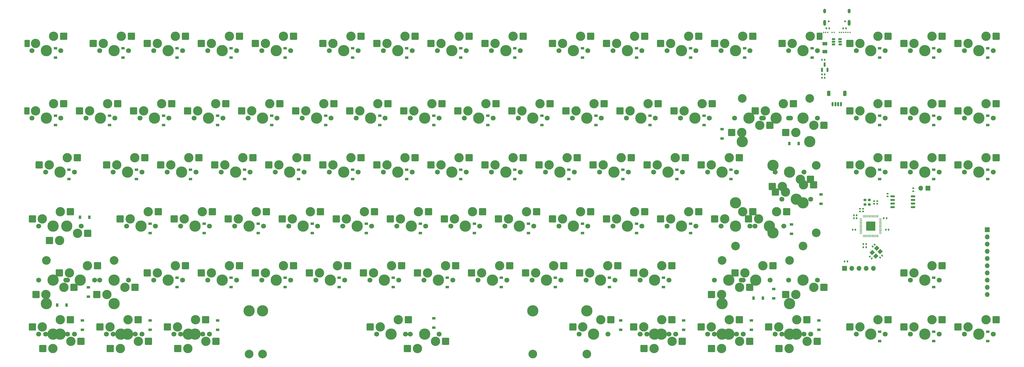
<source format=gbs>
%TF.GenerationSoftware,KiCad,Pcbnew,(6.0.6)*%
%TF.CreationDate,2023-01-04T14:02:57+11:00*%
%TF.ProjectId,slime88,736c696d-6538-4382-9e6b-696361645f70,rev?*%
%TF.SameCoordinates,Original*%
%TF.FileFunction,Soldermask,Bot*%
%TF.FilePolarity,Negative*%
%FSLAX46Y46*%
G04 Gerber Fmt 4.6, Leading zero omitted, Abs format (unit mm)*
G04 Created by KiCad (PCBNEW (6.0.6)) date 2023-01-04 14:02:57*
%MOMM*%
%LPD*%
G01*
G04 APERTURE LIST*
G04 Aperture macros list*
%AMRoundRect*
0 Rectangle with rounded corners*
0 $1 Rounding radius*
0 $2 $3 $4 $5 $6 $7 $8 $9 X,Y pos of 4 corners*
0 Add a 4 corners polygon primitive as box body*
4,1,4,$2,$3,$4,$5,$6,$7,$8,$9,$2,$3,0*
0 Add four circle primitives for the rounded corners*
1,1,$1+$1,$2,$3*
1,1,$1+$1,$4,$5*
1,1,$1+$1,$6,$7*
1,1,$1+$1,$8,$9*
0 Add four rect primitives between the rounded corners*
20,1,$1+$1,$2,$3,$4,$5,0*
20,1,$1+$1,$4,$5,$6,$7,0*
20,1,$1+$1,$6,$7,$8,$9,0*
20,1,$1+$1,$8,$9,$2,$3,0*%
%AMRotRect*
0 Rectangle, with rotation*
0 The origin of the aperture is its center*
0 $1 length*
0 $2 width*
0 $3 Rotation angle, in degrees counterclockwise*
0 Add horizontal line*
21,1,$1,$2,0,0,$3*%
G04 Aperture macros list end*
%ADD10C,3.048000*%
%ADD11C,3.987800*%
%ADD12C,0.500000*%
%ADD13C,0.650000*%
%ADD14O,1.000000X2.100000*%
%ADD15O,1.000000X1.600000*%
%ADD16R,1.700000X1.700000*%
%ADD17O,1.700000X1.700000*%
%ADD18RotRect,1.400000X1.200000X45.000000*%
%ADD19R,1.200000X0.900000*%
%ADD20C,1.750000*%
%ADD21RoundRect,0.250000X1.025000X1.000000X-1.025000X1.000000X-1.025000X-1.000000X1.025000X-1.000000X0*%
%ADD22C,3.300000*%
%ADD23RoundRect,0.140000X0.140000X0.170000X-0.140000X0.170000X-0.140000X-0.170000X0.140000X-0.170000X0*%
%ADD24RoundRect,0.140000X0.170000X-0.140000X0.170000X0.140000X-0.170000X0.140000X-0.170000X-0.140000X0*%
%ADD25RoundRect,0.200000X-0.275000X0.200000X-0.275000X-0.200000X0.275000X-0.200000X0.275000X0.200000X0*%
%ADD26RoundRect,0.135000X0.135000X0.185000X-0.135000X0.185000X-0.135000X-0.185000X0.135000X-0.185000X0*%
%ADD27RoundRect,0.250000X-0.625000X0.375000X-0.625000X-0.375000X0.625000X-0.375000X0.625000X0.375000X0*%
%ADD28RoundRect,0.250000X-1.025000X-1.000000X1.025000X-1.000000X1.025000X1.000000X-1.025000X1.000000X0*%
%ADD29RoundRect,0.204695X0.818780X1.045305X-0.818780X1.045305X-0.818780X-1.045305X0.818780X-1.045305X0*%
%ADD30RoundRect,0.140000X-0.140000X-0.170000X0.140000X-0.170000X0.140000X0.170000X-0.140000X0.170000X0*%
%ADD31RoundRect,0.150000X0.650000X0.150000X-0.650000X0.150000X-0.650000X-0.150000X0.650000X-0.150000X0*%
%ADD32R,0.900000X1.200000*%
%ADD33RoundRect,0.150000X0.475000X0.150000X-0.475000X0.150000X-0.475000X-0.150000X0.475000X-0.150000X0*%
%ADD34RoundRect,0.050000X0.387500X0.050000X-0.387500X0.050000X-0.387500X-0.050000X0.387500X-0.050000X0*%
%ADD35RoundRect,0.050000X0.050000X0.387500X-0.050000X0.387500X-0.050000X-0.387500X0.050000X-0.387500X0*%
%ADD36RoundRect,0.144000X1.456000X1.456000X-1.456000X1.456000X-1.456000X-1.456000X1.456000X-1.456000X0*%
%ADD37RoundRect,0.135000X-0.185000X0.135000X-0.185000X-0.135000X0.185000X-0.135000X0.185000X0.135000X0*%
%ADD38RoundRect,0.140000X0.021213X-0.219203X0.219203X-0.021213X-0.021213X0.219203X-0.219203X0.021213X0*%
%ADD39RoundRect,0.140000X0.219203X0.021213X0.021213X0.219203X-0.219203X-0.021213X-0.021213X-0.219203X0*%
%ADD40RoundRect,0.135000X0.035355X-0.226274X0.226274X-0.035355X-0.035355X0.226274X-0.226274X0.035355X0*%
%ADD41RoundRect,0.135000X-0.135000X-0.185000X0.135000X-0.185000X0.135000X0.185000X-0.135000X0.185000X0*%
%ADD42RoundRect,0.180000X0.720000X1.070000X-0.720000X1.070000X-0.720000X-1.070000X0.720000X-1.070000X0*%
%ADD43RoundRect,0.150000X0.150000X-0.587500X0.150000X0.587500X-0.150000X0.587500X-0.150000X-0.587500X0*%
%ADD44RoundRect,0.150000X-0.150000X-0.625000X0.150000X-0.625000X0.150000X0.625000X-0.150000X0.625000X0*%
%ADD45RoundRect,0.250000X-0.350000X-0.650000X0.350000X-0.650000X0.350000X0.650000X-0.350000X0.650000X0*%
G04 APERTURE END LIST*
D10*
%TO.C,S5*%
X285365312Y-139280000D03*
X309177812Y-139280000D03*
D11*
X309177812Y-154520000D03*
X285365312Y-154520000D03*
%TD*%
%TO.C,S7*%
X237740312Y-157060000D03*
D10*
X123440312Y-172300000D03*
D11*
X123440312Y-157060000D03*
D10*
X237740312Y-172300000D03*
%TD*%
D11*
%TO.C,S2*%
X303304062Y-129596250D03*
X303304062Y-105783750D03*
D10*
X318544062Y-105783750D03*
X318544062Y-129596250D03*
%TD*%
%TO.C,S1*%
X292509062Y-82130000D03*
D11*
X316321562Y-97370000D03*
X292509062Y-97370000D03*
D10*
X316321562Y-82130000D03*
%TD*%
%TO.C,S6*%
X118650312Y-172300000D03*
X218662812Y-172300000D03*
D11*
X218662812Y-157060000D03*
X118650312Y-157060000D03*
%TD*%
D12*
%TO.C,J1*%
X324196562Y-58862500D03*
X329736562Y-58862500D03*
X324946562Y-58862500D03*
X330486562Y-58862500D03*
X327496562Y-58862500D03*
X321196562Y-58862500D03*
D13*
X328736562Y-54962500D03*
D12*
X322606562Y-58862500D03*
D13*
X322956562Y-54962500D03*
D12*
X328996562Y-58862500D03*
X328246562Y-58862500D03*
X326746562Y-58862500D03*
X321896562Y-58862500D03*
D14*
X321526562Y-55492500D03*
D15*
X321526562Y-51312500D03*
D14*
X330166562Y-55492500D03*
D15*
X330166562Y-51312500D03*
%TD*%
D10*
%TO.C,S3*%
X313940312Y-134200000D03*
D11*
X313940312Y-118960000D03*
X290127812Y-118960000D03*
D10*
X290127812Y-134200000D03*
%TD*%
D16*
%TO.C,J2*%
X328530000Y-142070000D03*
D17*
X331070000Y-142070000D03*
X333610000Y-142070000D03*
X336150000Y-142070000D03*
X338690000Y-142070000D03*
%TD*%
D18*
%TO.C,Y1*%
X338321142Y-136556777D03*
X339876777Y-135001142D03*
X341078858Y-136203223D03*
X339523223Y-137758858D03*
%TD*%
D19*
%TO.C,D39*%
X117090312Y-110608750D03*
X117090312Y-107308750D03*
%TD*%
D11*
%TO.C,SW95*%
X240121562Y-165315000D03*
D20*
X235041562Y-165315000D03*
X245201562Y-165315000D03*
D21*
X232761562Y-162775000D03*
D22*
X236311562Y-162775000D03*
D21*
X246211562Y-160235000D03*
D22*
X242661562Y-160235000D03*
%TD*%
D20*
%TO.C,SW69*%
X296954062Y-127215000D03*
D11*
X302034062Y-127215000D03*
D20*
X307114062Y-127215000D03*
D21*
X294674062Y-124675000D03*
D22*
X298224062Y-124675000D03*
X304574062Y-122135000D03*
D21*
X308124062Y-122135000D03*
%TD*%
D20*
%TO.C,SW102*%
X332672812Y-165315000D03*
D11*
X337752812Y-165315000D03*
D20*
X342832812Y-165315000D03*
D22*
X333942812Y-162775000D03*
D21*
X330392812Y-162775000D03*
D22*
X340292812Y-160235000D03*
D21*
X343842812Y-160235000D03*
%TD*%
D20*
%TO.C,SW86*%
X361882812Y-146265000D03*
X351722812Y-146265000D03*
D11*
X356802812Y-146265000D03*
D22*
X352992812Y-143725000D03*
D21*
X349442812Y-143725000D03*
D22*
X359342812Y-141185000D03*
D21*
X362892812Y-141185000D03*
%TD*%
D19*
%TO.C,D15*%
X340927812Y-67746250D03*
X340927812Y-64446250D03*
%TD*%
D23*
%TO.C,C9*%
X336140000Y-134620000D03*
X335180000Y-134620000D03*
%TD*%
D11*
%TO.C,SW29*%
X256790312Y-89115000D03*
D20*
X251710312Y-89115000D03*
X261870312Y-89115000D03*
D22*
X252980312Y-86575000D03*
D21*
X249430312Y-86575000D03*
X262880312Y-84035000D03*
D22*
X259330312Y-84035000D03*
%TD*%
D19*
%TO.C,D9*%
X212340312Y-67746250D03*
X212340312Y-64446250D03*
%TD*%
D20*
%TO.C,SW42*%
X146935312Y-108165000D03*
D11*
X152015312Y-108165000D03*
D20*
X157095312Y-108165000D03*
D22*
X148205312Y-105625000D03*
D21*
X144655312Y-105625000D03*
D22*
X154555312Y-103085000D03*
D21*
X158105312Y-103085000D03*
%TD*%
D11*
%TO.C,SW3*%
X90102812Y-65302500D03*
D20*
X95182812Y-65302500D03*
X85022812Y-65302500D03*
D21*
X82742812Y-62762500D03*
D22*
X86292812Y-62762500D03*
X92642812Y-60222500D03*
D21*
X96192812Y-60222500D03*
%TD*%
D24*
%TO.C,C3*%
X340040312Y-119350000D03*
X340040312Y-118390000D03*
%TD*%
D20*
%TO.C,SW11*%
X257107812Y-65302500D03*
D11*
X252027812Y-65302500D03*
D20*
X246947812Y-65302500D03*
D21*
X244667812Y-62762500D03*
D22*
X248217812Y-62762500D03*
D21*
X258117812Y-60222500D03*
D22*
X254567812Y-60222500D03*
%TD*%
D20*
%TO.C,SW28*%
X232660312Y-89115000D03*
X242820312Y-89115000D03*
D11*
X237740312Y-89115000D03*
D21*
X230380312Y-86575000D03*
D22*
X233930312Y-86575000D03*
D21*
X243830312Y-84035000D03*
D22*
X240280312Y-84035000D03*
%TD*%
D23*
%TO.C,C2*%
X336140000Y-133560000D03*
X335180000Y-133560000D03*
%TD*%
D11*
%TO.C,SW35*%
X356802812Y-89115000D03*
D20*
X351722812Y-89115000D03*
X361882812Y-89115000D03*
D21*
X349442812Y-86575000D03*
D22*
X352992812Y-86575000D03*
D21*
X362892812Y-84035000D03*
D22*
X359342812Y-84035000D03*
%TD*%
D23*
%TO.C,C11*%
X332800312Y-123382500D03*
X331840312Y-123382500D03*
%TD*%
D20*
%TO.C,SW36*%
X370772812Y-89115000D03*
X380932812Y-89115000D03*
D11*
X375852812Y-89115000D03*
D21*
X368492812Y-86575000D03*
D22*
X372042812Y-86575000D03*
D21*
X381942812Y-84035000D03*
D22*
X378392812Y-84035000D03*
%TD*%
D20*
%TO.C,SW12*%
X265997812Y-65302500D03*
D11*
X271077812Y-65302500D03*
D20*
X276157812Y-65302500D03*
D21*
X263717812Y-62762500D03*
D22*
X267267812Y-62762500D03*
D21*
X277167812Y-60222500D03*
D22*
X273617812Y-60222500D03*
%TD*%
D19*
%TO.C,D45*%
X231390312Y-110608750D03*
X231390312Y-107308750D03*
%TD*%
D20*
%TO.C,SW60*%
X142807812Y-127215000D03*
X132647812Y-127215000D03*
D11*
X137727812Y-127215000D03*
D22*
X133917812Y-124675000D03*
D21*
X130367812Y-124675000D03*
D22*
X140267812Y-122135000D03*
D21*
X143817812Y-122135000D03*
%TD*%
D19*
%TO.C,D42*%
X174240312Y-110608750D03*
X174240312Y-107308750D03*
%TD*%
D11*
%TO.C,SW73*%
X90102812Y-146265000D03*
D20*
X95182812Y-146265000D03*
X85022812Y-146265000D03*
D21*
X82742812Y-143725000D03*
D22*
X86292812Y-143725000D03*
D21*
X96192812Y-141185000D03*
D22*
X92642812Y-141185000D03*
%TD*%
D19*
%TO.C,D19*%
X69465312Y-91558750D03*
X69465312Y-88258750D03*
%TD*%
D20*
%TO.C,SW9*%
X214245312Y-65302500D03*
D11*
X209165312Y-65302500D03*
D20*
X204085312Y-65302500D03*
D21*
X201805312Y-62762500D03*
D22*
X205355312Y-62762500D03*
X211705312Y-60222500D03*
D21*
X215255312Y-60222500D03*
%TD*%
D24*
%TO.C,C1*%
X335040312Y-122062500D03*
X335040312Y-121102500D03*
%TD*%
D25*
%TO.C,R3*%
X335730312Y-117937500D03*
X335730312Y-119587500D03*
%TD*%
D20*
%TO.C,SW48*%
X261235312Y-108165000D03*
D11*
X266315312Y-108165000D03*
D20*
X271395312Y-108165000D03*
D22*
X262505312Y-105625000D03*
D21*
X258955312Y-105625000D03*
X272405312Y-103085000D03*
D22*
X268855312Y-103085000D03*
%TD*%
D20*
%TO.C,SW40*%
X108835312Y-108165000D03*
D11*
X113915312Y-108165000D03*
D20*
X118995312Y-108165000D03*
D21*
X106555312Y-105625000D03*
D22*
X110105312Y-105625000D03*
X116455312Y-103085000D03*
D21*
X120005312Y-103085000D03*
%TD*%
D19*
%TO.C,D18*%
X50415312Y-91558750D03*
X50415312Y-88258750D03*
%TD*%
D26*
%TO.C,R7*%
X323147812Y-57452500D03*
X322127812Y-57452500D03*
%TD*%
D20*
%TO.C,SW17*%
X370772812Y-65302500D03*
D11*
X375852812Y-65302500D03*
D20*
X380932812Y-65302500D03*
D21*
X368492812Y-62762500D03*
D22*
X372042812Y-62762500D03*
X378392812Y-60222500D03*
D21*
X381942812Y-60222500D03*
%TD*%
D19*
%TO.C,D44*%
X212340312Y-110608750D03*
X212340312Y-107308750D03*
%TD*%
D20*
%TO.C,SW7*%
X176145312Y-65302500D03*
X165985312Y-65302500D03*
D11*
X171065312Y-65302500D03*
D21*
X163705312Y-62762500D03*
D22*
X167255312Y-62762500D03*
D21*
X177155312Y-60222500D03*
D22*
X173605312Y-60222500D03*
%TD*%
D27*
%TO.C,F1*%
X321630312Y-62862500D03*
X321630312Y-65662500D03*
%TD*%
D20*
%TO.C,SW26*%
X194560312Y-89115000D03*
X204720312Y-89115000D03*
D11*
X199640312Y-89115000D03*
D21*
X192280312Y-86575000D03*
D22*
X195830312Y-86575000D03*
X202180312Y-84035000D03*
D21*
X205730312Y-84035000D03*
%TD*%
D11*
%TO.C,SW30*%
X275840312Y-89115000D03*
D20*
X270760312Y-89115000D03*
X280920312Y-89115000D03*
D21*
X268480312Y-86575000D03*
D22*
X272030312Y-86575000D03*
D21*
X281930312Y-84035000D03*
D22*
X278380312Y-84035000D03*
%TD*%
D19*
%TO.C,D52*%
X379027812Y-110608750D03*
X379027812Y-107308750D03*
%TD*%
D20*
%TO.C,SW97*%
X269014062Y-165315000D03*
D11*
X263934062Y-165315000D03*
D20*
X258854062Y-165315000D03*
D22*
X267744062Y-167855000D03*
D28*
X271294062Y-167855000D03*
X257844062Y-170395000D03*
D22*
X261394062Y-170395000D03*
%TD*%
D11*
%TO.C,SW14*%
X313940312Y-65302500D03*
D20*
X308860312Y-65302500D03*
X319020312Y-65302500D03*
D21*
X306580312Y-62762500D03*
D22*
X310130312Y-62762500D03*
X316480312Y-60222500D03*
D29*
X319773062Y-60222500D03*
%TD*%
D19*
%TO.C,D50*%
X340927812Y-110608750D03*
X340927812Y-107308750D03*
%TD*%
%TO.C,D35*%
X379027812Y-91558750D03*
X379027812Y-88258750D03*
%TD*%
D30*
%TO.C,C8*%
X343120000Y-128460000D03*
X344080000Y-128460000D03*
%TD*%
D11*
%TO.C,SW65*%
X232977812Y-127215000D03*
D20*
X227897812Y-127215000D03*
X238057812Y-127215000D03*
D21*
X225617812Y-124675000D03*
D22*
X229167812Y-124675000D03*
D21*
X239067812Y-122135000D03*
D22*
X235517812Y-122135000D03*
%TD*%
D11*
%TO.C,SW99*%
X287746562Y-165315000D03*
D20*
X292826562Y-165315000D03*
X282666562Y-165315000D03*
D28*
X295106562Y-167855000D03*
D22*
X291556562Y-167855000D03*
D28*
X281656562Y-170395000D03*
D22*
X285206562Y-170395000D03*
%TD*%
D11*
%TO.C,SW24*%
X161540312Y-89115000D03*
D20*
X156460312Y-89115000D03*
X166620312Y-89115000D03*
D21*
X154180312Y-86575000D03*
D22*
X157730312Y-86575000D03*
X164080312Y-84035000D03*
D21*
X167630312Y-84035000D03*
%TD*%
D19*
%TO.C,D8*%
X193290312Y-67746250D03*
X193290312Y-64446250D03*
%TD*%
D31*
%TO.C,U4*%
X352720000Y-116715000D03*
X352720000Y-117985000D03*
X352720000Y-119255000D03*
X352720000Y-120525000D03*
X345520000Y-120525000D03*
X345520000Y-119255000D03*
X345520000Y-117985000D03*
X345520000Y-116715000D03*
%TD*%
D11*
%TO.C,SW87*%
X49621562Y-165315000D03*
D20*
X44541562Y-165315000D03*
X54701562Y-165315000D03*
D22*
X45811562Y-162775000D03*
D21*
X42261562Y-162775000D03*
D22*
X52161562Y-160235000D03*
D21*
X55711562Y-160235000D03*
%TD*%
D19*
%TO.C,D4*%
X112327812Y-67746250D03*
X112327812Y-64446250D03*
%TD*%
%TO.C,D49*%
X320290312Y-119340000D03*
X320290312Y-116040000D03*
%TD*%
%TO.C,D68*%
X93277812Y-148708750D03*
X93277812Y-145408750D03*
%TD*%
D20*
%TO.C,SW92*%
X104707812Y-165315000D03*
X94547812Y-165315000D03*
D11*
X99627812Y-165315000D03*
D22*
X103437812Y-167855000D03*
D28*
X106987812Y-167855000D03*
D22*
X97087812Y-170395000D03*
D28*
X93537812Y-170395000D03*
%TD*%
D20*
%TO.C,SW76*%
X142172812Y-146265000D03*
X152332812Y-146265000D03*
D11*
X147252812Y-146265000D03*
D22*
X143442812Y-143725000D03*
D21*
X139892812Y-143725000D03*
X153342812Y-141185000D03*
D22*
X149792812Y-141185000D03*
%TD*%
D32*
%TO.C,D53*%
X62384062Y-124040000D03*
X59084062Y-124040000D03*
%TD*%
D20*
%TO.C,SW53*%
X351722812Y-108165000D03*
X361882812Y-108165000D03*
D11*
X356802812Y-108165000D03*
D21*
X349442812Y-105625000D03*
D22*
X352992812Y-105625000D03*
X359342812Y-103085000D03*
D21*
X362892812Y-103085000D03*
%TD*%
D11*
%TO.C,SW61*%
X156777812Y-127215000D03*
D20*
X161857812Y-127215000D03*
X151697812Y-127215000D03*
D21*
X149417812Y-124675000D03*
D22*
X152967812Y-124675000D03*
D21*
X162867812Y-122135000D03*
D22*
X159317812Y-122135000D03*
%TD*%
D19*
%TO.C,D89*%
X340927812Y-167758750D03*
X340927812Y-164458750D03*
%TD*%
D20*
%TO.C,SW51*%
X306479062Y-117690000D03*
X316639062Y-117690000D03*
D11*
X311559062Y-117690000D03*
D21*
X304199062Y-115150000D03*
D22*
X307749062Y-115150000D03*
X314099062Y-112610000D03*
D21*
X317649062Y-112610000D03*
%TD*%
D11*
%TO.C,SW37*%
X52002812Y-108165000D03*
D20*
X46922812Y-108165000D03*
X57082812Y-108165000D03*
D21*
X44642812Y-105625000D03*
D22*
X48192812Y-105625000D03*
D21*
X58092812Y-103085000D03*
D22*
X54542812Y-103085000D03*
%TD*%
D20*
%TO.C,SW62*%
X180907812Y-127215000D03*
D11*
X175827812Y-127215000D03*
D20*
X170747812Y-127215000D03*
D21*
X168467812Y-124675000D03*
D22*
X172017812Y-124675000D03*
D21*
X181917812Y-122135000D03*
D22*
X178367812Y-122135000D03*
%TD*%
D19*
%TO.C,D72*%
X169477812Y-148708750D03*
X169477812Y-145408750D03*
%TD*%
%TO.C,D7*%
X174240312Y-67746250D03*
X174240312Y-64446250D03*
%TD*%
%TO.C,D43*%
X193290312Y-110608750D03*
X193290312Y-107308750D03*
%TD*%
D33*
%TO.C,U3*%
X326972812Y-61212500D03*
X326972812Y-62162500D03*
X327047812Y-63112500D03*
X324622812Y-63112500D03*
X324622812Y-62162500D03*
X324622812Y-61212500D03*
%TD*%
D20*
%TO.C,SW72*%
X65972812Y-146265000D03*
X76132812Y-146265000D03*
D11*
X71052812Y-146265000D03*
D28*
X78412812Y-148805000D03*
D22*
X74862812Y-148805000D03*
D28*
X64962812Y-151345000D03*
D22*
X68512812Y-151345000D03*
%TD*%
D23*
%TO.C,C14*%
X321570312Y-73712500D03*
X320610312Y-73712500D03*
%TD*%
D19*
%TO.C,D69*%
X112327812Y-148708750D03*
X112327812Y-145408750D03*
%TD*%
D20*
%TO.C,SW34*%
X342832812Y-89115000D03*
D11*
X337752812Y-89115000D03*
D20*
X332672812Y-89115000D03*
D21*
X330392812Y-86575000D03*
D22*
X333942812Y-86575000D03*
X340292812Y-84035000D03*
D21*
X343842812Y-84035000D03*
%TD*%
D30*
%TO.C,C13*%
X320590312Y-68532500D03*
X321550312Y-68532500D03*
%TD*%
D20*
%TO.C,SW31*%
X289810312Y-89115000D03*
D11*
X294890312Y-89115000D03*
D20*
X299970312Y-89115000D03*
D28*
X302250312Y-91655000D03*
D22*
X298700312Y-91655000D03*
D28*
X288800312Y-94195000D03*
D22*
X292350312Y-94195000D03*
%TD*%
D26*
%TO.C,R1*%
X329560000Y-139650000D03*
X328540000Y-139650000D03*
%TD*%
D24*
%TO.C,C5*%
X333992224Y-122065858D03*
X333992224Y-121105858D03*
%TD*%
D20*
%TO.C,SW43*%
X176145312Y-108165000D03*
X165985312Y-108165000D03*
D11*
X171065312Y-108165000D03*
D22*
X167255312Y-105625000D03*
D21*
X163705312Y-105625000D03*
X177155312Y-103085000D03*
D22*
X173605312Y-103085000D03*
%TD*%
D19*
%TO.C,D91*%
X379027812Y-167758750D03*
X379027812Y-164458750D03*
%TD*%
D20*
%TO.C,SW5*%
X133282812Y-65302500D03*
D11*
X128202812Y-65302500D03*
D20*
X123122812Y-65302500D03*
D22*
X124392812Y-62762500D03*
D21*
X120842812Y-62762500D03*
X134292812Y-60222500D03*
D22*
X130742812Y-60222500D03*
%TD*%
D19*
%TO.C,D16*%
X359977812Y-67746250D03*
X359977812Y-64446250D03*
%TD*%
%TO.C,D55*%
X102802812Y-129658750D03*
X102802812Y-126358750D03*
%TD*%
D11*
%TO.C,SW96*%
X261552812Y-165315000D03*
D20*
X256472812Y-165315000D03*
X266632812Y-165315000D03*
D22*
X257742812Y-162775000D03*
D21*
X254192812Y-162775000D03*
X267642812Y-160235000D03*
D22*
X264092812Y-160235000D03*
%TD*%
D19*
%TO.C,D62*%
X236152812Y-129658750D03*
X236152812Y-126358750D03*
%TD*%
%TO.C,D87*%
X295684062Y-160490000D03*
X295684062Y-163790000D03*
%TD*%
%TO.C,D79*%
X303621562Y-149377500D03*
X303621562Y-152677500D03*
%TD*%
%TO.C,D47*%
X269490312Y-110608750D03*
X269490312Y-107308750D03*
%TD*%
D20*
%TO.C,SW74*%
X104072812Y-146265000D03*
D11*
X109152812Y-146265000D03*
D20*
X114232812Y-146265000D03*
D21*
X101792812Y-143725000D03*
D22*
X105342812Y-143725000D03*
D21*
X115242812Y-141185000D03*
D22*
X111692812Y-141185000D03*
%TD*%
D19*
%TO.C,D41*%
X155190312Y-110608750D03*
X155190312Y-107308750D03*
%TD*%
%TO.C,D58*%
X159952812Y-129658750D03*
X159952812Y-126358750D03*
%TD*%
D10*
%TO.C,S4*%
X47240312Y-139280000D03*
D11*
X47240312Y-154520000D03*
X71052812Y-154520000D03*
D10*
X71052812Y-139280000D03*
%TD*%
D11*
%TO.C,SW82*%
X261552812Y-146265000D03*
D20*
X266632812Y-146265000D03*
X256472812Y-146265000D03*
D22*
X257742812Y-143725000D03*
D21*
X254192812Y-143725000D03*
X267642812Y-141185000D03*
D22*
X264092812Y-141185000D03*
%TD*%
D19*
%TO.C,D29*%
X259965312Y-91558750D03*
X259965312Y-88258750D03*
%TD*%
D20*
%TO.C,SW98*%
X290445312Y-165315000D03*
D11*
X285365312Y-165315000D03*
D20*
X280285312Y-165315000D03*
D22*
X281555312Y-162775000D03*
D21*
X278005312Y-162775000D03*
X291455312Y-160235000D03*
D22*
X287905312Y-160235000D03*
%TD*%
D11*
%TO.C,SW49*%
X285365312Y-108165000D03*
D20*
X290445312Y-108165000D03*
X280285312Y-108165000D03*
D21*
X278005312Y-105625000D03*
D22*
X281555312Y-105625000D03*
D21*
X291455312Y-103085000D03*
D22*
X287905312Y-103085000D03*
%TD*%
D19*
%TO.C,D82*%
X83752812Y-160490000D03*
X83752812Y-163790000D03*
%TD*%
D20*
%TO.C,SW89*%
X78514062Y-165315000D03*
D11*
X73434062Y-165315000D03*
D20*
X68354062Y-165315000D03*
D21*
X66074062Y-162775000D03*
D22*
X69624062Y-162775000D03*
X75974062Y-160235000D03*
D21*
X79524062Y-160235000D03*
%TD*%
D19*
%TO.C,D20*%
X88515312Y-91558750D03*
X88515312Y-88258750D03*
%TD*%
%TO.C,D88*%
X319496562Y-160490000D03*
X319496562Y-163790000D03*
%TD*%
D23*
%TO.C,C6*%
X332400312Y-128482500D03*
X331440312Y-128482500D03*
%TD*%
D19*
%TO.C,D25*%
X183765312Y-91558750D03*
X183765312Y-88258750D03*
%TD*%
D20*
%TO.C,SW58*%
X104707812Y-127215000D03*
X94547812Y-127215000D03*
D11*
X99627812Y-127215000D03*
D21*
X92267812Y-124675000D03*
D22*
X95817812Y-124675000D03*
X102167812Y-122135000D03*
D21*
X105717812Y-122135000D03*
%TD*%
D19*
%TO.C,D76*%
X245677812Y-148708750D03*
X245677812Y-145408750D03*
%TD*%
D11*
%TO.C,SW75*%
X128202812Y-146265000D03*
D20*
X133282812Y-146265000D03*
X123122812Y-146265000D03*
D21*
X120842812Y-143725000D03*
D22*
X124392812Y-143725000D03*
X130742812Y-141185000D03*
D21*
X134292812Y-141185000D03*
%TD*%
D20*
%TO.C,SW2*%
X76132812Y-65302500D03*
X65972812Y-65302500D03*
D11*
X71052812Y-65302500D03*
D22*
X67242812Y-62762500D03*
D21*
X63692812Y-62762500D03*
D22*
X73592812Y-60222500D03*
D21*
X77142812Y-60222500D03*
%TD*%
D20*
%TO.C,SW32*%
X299335312Y-89115000D03*
X309495312Y-89115000D03*
D11*
X304415312Y-89115000D03*
D22*
X300605312Y-86575000D03*
D21*
X297055312Y-86575000D03*
X310505312Y-84035000D03*
D22*
X306955312Y-84035000D03*
%TD*%
D20*
%TO.C,SW80*%
X228532812Y-146265000D03*
X218372812Y-146265000D03*
D11*
X223452812Y-146265000D03*
D21*
X216092812Y-143725000D03*
D22*
X219642812Y-143725000D03*
X225992812Y-141185000D03*
D21*
X229542812Y-141185000D03*
%TD*%
D19*
%TO.C,D2*%
X74227812Y-67746250D03*
X74227812Y-64446250D03*
%TD*%
%TO.C,D40*%
X136140312Y-110608750D03*
X136140312Y-107308750D03*
%TD*%
D11*
%TO.C,SW56*%
X54384062Y-127215000D03*
D20*
X49304062Y-127215000D03*
X59464062Y-127215000D03*
D22*
X58194062Y-129755000D03*
D28*
X61744062Y-129755000D03*
X48294062Y-132295000D03*
D22*
X51844062Y-132295000D03*
%TD*%
D25*
%TO.C,R2*%
X337316562Y-117937500D03*
X337316562Y-119587500D03*
%TD*%
D19*
%TO.C,D26*%
X202815312Y-91558750D03*
X202815312Y-88258750D03*
%TD*%
%TO.C,D6*%
X155190312Y-67746250D03*
X155190312Y-64446250D03*
%TD*%
D20*
%TO.C,SW66*%
X246947812Y-127215000D03*
X257107812Y-127215000D03*
D11*
X252027812Y-127215000D03*
D21*
X244667812Y-124675000D03*
D22*
X248217812Y-124675000D03*
D21*
X258117812Y-122135000D03*
D22*
X254567812Y-122135000D03*
%TD*%
D24*
%TO.C,C7*%
X338990312Y-119350000D03*
X338990312Y-118390000D03*
%TD*%
D34*
%TO.C,U2*%
X341190312Y-124615000D03*
X341190312Y-125015000D03*
X341190312Y-125415000D03*
X341190312Y-125815000D03*
X341190312Y-126215000D03*
X341190312Y-126615000D03*
X341190312Y-127015000D03*
X341190312Y-127415000D03*
X341190312Y-127815000D03*
X341190312Y-128215000D03*
X341190312Y-128615000D03*
X341190312Y-129015000D03*
X341190312Y-129415000D03*
X341190312Y-129815000D03*
D35*
X340352812Y-130652500D03*
X339952812Y-130652500D03*
X339552812Y-130652500D03*
X339152812Y-130652500D03*
X338752812Y-130652500D03*
X338352812Y-130652500D03*
X337952812Y-130652500D03*
X337552812Y-130652500D03*
X337152812Y-130652500D03*
X336752812Y-130652500D03*
X336352812Y-130652500D03*
X335952812Y-130652500D03*
X335552812Y-130652500D03*
X335152812Y-130652500D03*
D34*
X334315312Y-129815000D03*
X334315312Y-129415000D03*
X334315312Y-129015000D03*
X334315312Y-128615000D03*
X334315312Y-128215000D03*
X334315312Y-127815000D03*
X334315312Y-127415000D03*
X334315312Y-127015000D03*
X334315312Y-126615000D03*
X334315312Y-126215000D03*
X334315312Y-125815000D03*
X334315312Y-125415000D03*
X334315312Y-125015000D03*
X334315312Y-124615000D03*
D35*
X335152812Y-123777500D03*
X335552812Y-123777500D03*
X335952812Y-123777500D03*
X336352812Y-123777500D03*
X336752812Y-123777500D03*
X337152812Y-123777500D03*
X337552812Y-123777500D03*
X337952812Y-123777500D03*
X338352812Y-123777500D03*
X338752812Y-123777500D03*
X339152812Y-123777500D03*
X339552812Y-123777500D03*
X339952812Y-123777500D03*
X340352812Y-123777500D03*
D36*
X337752812Y-127215000D03*
%TD*%
D20*
%TO.C,SW22*%
X128520312Y-89115000D03*
X118360312Y-89115000D03*
D11*
X123440312Y-89115000D03*
D22*
X119630312Y-86575000D03*
D21*
X116080312Y-86575000D03*
D22*
X125980312Y-84035000D03*
D21*
X129530312Y-84035000D03*
%TD*%
D11*
%TO.C,SW4*%
X109152812Y-65302500D03*
D20*
X114232812Y-65302500D03*
X104072812Y-65302500D03*
D21*
X101792812Y-62762500D03*
D22*
X105342812Y-62762500D03*
X111692812Y-60222500D03*
D21*
X115242812Y-60222500D03*
%TD*%
D20*
%TO.C,SW84*%
X292191562Y-146265000D03*
X302351562Y-146265000D03*
D11*
X297271562Y-146265000D03*
D22*
X293461562Y-143725000D03*
D21*
X289911562Y-143725000D03*
D22*
X299811562Y-141185000D03*
D21*
X303361562Y-141185000D03*
%TD*%
D20*
%TO.C,SW45*%
X214245312Y-108165000D03*
D11*
X209165312Y-108165000D03*
D20*
X204085312Y-108165000D03*
D21*
X201805312Y-105625000D03*
D22*
X205355312Y-105625000D03*
X211705312Y-103085000D03*
D21*
X215255312Y-103085000D03*
%TD*%
D37*
%TO.C,R5*%
X352740000Y-113870000D03*
X352740000Y-114890000D03*
%TD*%
D11*
%TO.C,SW78*%
X185352812Y-146265000D03*
D20*
X190432812Y-146265000D03*
X180272812Y-146265000D03*
D22*
X181542812Y-143725000D03*
D21*
X177992812Y-143725000D03*
D22*
X187892812Y-141185000D03*
D21*
X191442812Y-141185000D03*
%TD*%
D11*
%TO.C,SW16*%
X356802812Y-65302500D03*
D20*
X351722812Y-65302500D03*
X361882812Y-65302500D03*
D21*
X349442812Y-62762500D03*
D22*
X352992812Y-62762500D03*
X359342812Y-60222500D03*
D21*
X362892812Y-60222500D03*
%TD*%
D19*
%TO.C,D23*%
X145665312Y-91558750D03*
X145665312Y-88258750D03*
%TD*%
%TO.C,D75*%
X226627812Y-148708750D03*
X226627812Y-145408750D03*
%TD*%
D20*
%TO.C,SW104*%
X380932812Y-165315000D03*
D11*
X375852812Y-165315000D03*
D20*
X370772812Y-165315000D03*
D22*
X372042812Y-162775000D03*
D21*
X368492812Y-162775000D03*
X381942812Y-160235000D03*
D22*
X378392812Y-160235000D03*
%TD*%
D20*
%TO.C,SW59*%
X123757812Y-127215000D03*
D11*
X118677812Y-127215000D03*
D20*
X113597812Y-127215000D03*
D22*
X114867812Y-124675000D03*
D21*
X111317812Y-124675000D03*
X124767812Y-122135000D03*
D22*
X121217812Y-122135000D03*
%TD*%
D20*
%TO.C,SW79*%
X199322812Y-146265000D03*
D11*
X204402812Y-146265000D03*
D20*
X209482812Y-146265000D03*
D21*
X197042812Y-143725000D03*
D22*
X200592812Y-143725000D03*
D21*
X210492812Y-141185000D03*
D22*
X206942812Y-141185000D03*
%TD*%
D20*
%TO.C,SW47*%
X242185312Y-108165000D03*
D11*
X247265312Y-108165000D03*
D20*
X252345312Y-108165000D03*
D21*
X239905312Y-105625000D03*
D22*
X243455312Y-105625000D03*
D21*
X253355312Y-103085000D03*
D22*
X249805312Y-103085000D03*
%TD*%
D19*
%TO.C,D36*%
X55177812Y-110608750D03*
X55177812Y-107308750D03*
%TD*%
D20*
%TO.C,SW25*%
X185670312Y-89115000D03*
D11*
X180590312Y-89115000D03*
D20*
X175510312Y-89115000D03*
D21*
X173230312Y-86575000D03*
D22*
X176780312Y-86575000D03*
X183130312Y-84035000D03*
D21*
X186680312Y-84035000D03*
%TD*%
D19*
%TO.C,D57*%
X140902812Y-129658750D03*
X140902812Y-126358750D03*
%TD*%
D11*
%TO.C,SW44*%
X190115312Y-108165000D03*
D20*
X195195312Y-108165000D03*
X185035312Y-108165000D03*
D22*
X186305312Y-105625000D03*
D21*
X182755312Y-105625000D03*
D22*
X192655312Y-103085000D03*
D21*
X196205312Y-103085000D03*
%TD*%
D20*
%TO.C,SW13*%
X285047812Y-65302500D03*
X295207812Y-65302500D03*
D11*
X290127812Y-65302500D03*
D21*
X282767812Y-62762500D03*
D22*
X286317812Y-62762500D03*
X292667812Y-60222500D03*
D21*
X296217812Y-60222500D03*
%TD*%
D11*
%TO.C,SW77*%
X166302812Y-146265000D03*
D20*
X161222812Y-146265000D03*
X171382812Y-146265000D03*
D21*
X158942812Y-143725000D03*
D22*
X162492812Y-143725000D03*
X168842812Y-141185000D03*
D21*
X172392812Y-141185000D03*
%TD*%
D20*
%TO.C,SW83*%
X292826562Y-146265000D03*
X282666562Y-146265000D03*
D11*
X287746562Y-146265000D03*
D22*
X291556562Y-148805000D03*
D28*
X295106562Y-148805000D03*
D22*
X285206562Y-151345000D03*
D28*
X281656562Y-151345000D03*
%TD*%
D11*
%TO.C,SW63*%
X194877812Y-127215000D03*
D20*
X199957812Y-127215000D03*
X189797812Y-127215000D03*
D21*
X187517812Y-124675000D03*
D22*
X191067812Y-124675000D03*
D21*
X200967812Y-122135000D03*
D22*
X197417812Y-122135000D03*
%TD*%
D32*
%TO.C,D78*%
X299777812Y-152615000D03*
X296477812Y-152615000D03*
%TD*%
D19*
%TO.C,D77*%
X264727812Y-148708750D03*
X264727812Y-145408750D03*
%TD*%
D30*
%TO.C,C4*%
X320610312Y-74872500D03*
X321570312Y-74872500D03*
%TD*%
D20*
%TO.C,SW52*%
X342832812Y-108165000D03*
X332672812Y-108165000D03*
D11*
X337752812Y-108165000D03*
D21*
X330392812Y-105625000D03*
D22*
X333942812Y-105625000D03*
D21*
X343842812Y-103085000D03*
D22*
X340292812Y-103085000D03*
%TD*%
D38*
%TO.C,C15*%
X341080589Y-138319411D03*
X341759411Y-137640589D03*
%TD*%
D19*
%TO.C,D54*%
X83752812Y-129658750D03*
X83752812Y-126358750D03*
%TD*%
%TO.C,D60*%
X198052812Y-129658750D03*
X198052812Y-126358750D03*
%TD*%
%TO.C,D90*%
X359977812Y-167758750D03*
X359977812Y-164458750D03*
%TD*%
%TO.C,D73*%
X188527812Y-148708750D03*
X188527812Y-145408750D03*
%TD*%
%TO.C,D28*%
X240915312Y-91558750D03*
X240915312Y-88258750D03*
%TD*%
%TO.C,D64*%
X274252812Y-129658750D03*
X274252812Y-126358750D03*
%TD*%
D11*
%TO.C,SW46*%
X228215312Y-108165000D03*
D20*
X233295312Y-108165000D03*
X223135312Y-108165000D03*
D21*
X220855312Y-105625000D03*
D22*
X224405312Y-105625000D03*
X230755312Y-103085000D03*
D21*
X234305312Y-103085000D03*
%TD*%
D19*
%TO.C,D85*%
X249646562Y-160490000D03*
X249646562Y-163790000D03*
%TD*%
D23*
%TO.C,C10*%
X332800312Y-124380000D03*
X331840312Y-124380000D03*
%TD*%
D20*
%TO.C,SW23*%
X147570312Y-89115000D03*
X137410312Y-89115000D03*
D11*
X142490312Y-89115000D03*
D21*
X135130312Y-86575000D03*
D22*
X138680312Y-86575000D03*
D21*
X148580312Y-84035000D03*
D22*
X145030312Y-84035000D03*
%TD*%
D19*
%TO.C,D37*%
X78990312Y-110608750D03*
X78990312Y-107308750D03*
%TD*%
D20*
%TO.C,SW101*%
X316639062Y-165315000D03*
D11*
X311559062Y-165315000D03*
D20*
X306479062Y-165315000D03*
D22*
X315369062Y-167855000D03*
D28*
X318919062Y-167855000D03*
D22*
X309019062Y-170395000D03*
D28*
X305469062Y-170395000D03*
%TD*%
D19*
%TO.C,D84*%
X183765312Y-159696250D03*
X183765312Y-162996250D03*
%TD*%
D39*
%TO.C,C16*%
X338089411Y-138659411D03*
X337410589Y-137980589D03*
%TD*%
D30*
%TO.C,C12*%
X342400312Y-124402500D03*
X343360312Y-124402500D03*
%TD*%
D19*
%TO.C,D51*%
X359977812Y-110608750D03*
X359977812Y-107308750D03*
%TD*%
%TO.C,D71*%
X150427812Y-148708750D03*
X150427812Y-145408750D03*
%TD*%
D20*
%TO.C,SW55*%
X54701562Y-127215000D03*
D11*
X49621562Y-127215000D03*
D20*
X44541562Y-127215000D03*
D22*
X45811562Y-124675000D03*
D21*
X42261562Y-124675000D03*
D22*
X52161562Y-122135000D03*
D21*
X55711562Y-122135000D03*
%TD*%
D11*
%TO.C,SW38*%
X75815312Y-108165000D03*
D20*
X70735312Y-108165000D03*
X80895312Y-108165000D03*
D22*
X72005312Y-105625000D03*
D21*
X68455312Y-105625000D03*
X81905312Y-103085000D03*
D22*
X78355312Y-103085000D03*
%TD*%
D20*
%TO.C,SW21*%
X109470312Y-89115000D03*
X99310312Y-89115000D03*
D11*
X104390312Y-89115000D03*
D22*
X100580312Y-86575000D03*
D21*
X97030312Y-86575000D03*
X110480312Y-84035000D03*
D22*
X106930312Y-84035000D03*
%TD*%
D20*
%TO.C,SW15*%
X342832812Y-65302500D03*
D11*
X337752812Y-65302500D03*
D20*
X332672812Y-65302500D03*
D21*
X330392812Y-62762500D03*
D22*
X333942812Y-62762500D03*
D21*
X343842812Y-60222500D03*
D22*
X340292812Y-60222500D03*
%TD*%
D19*
%TO.C,D34*%
X359977812Y-91558750D03*
X359977812Y-88258750D03*
%TD*%
%TO.C,D81*%
X59940312Y-160490000D03*
X59940312Y-163790000D03*
%TD*%
%TO.C,D17*%
X379027812Y-67746250D03*
X379027812Y-64446250D03*
%TD*%
D11*
%TO.C,SW81*%
X242502812Y-146265000D03*
D20*
X237422812Y-146265000D03*
X247582812Y-146265000D03*
D22*
X238692812Y-143725000D03*
D21*
X235142812Y-143725000D03*
D22*
X245042812Y-141185000D03*
D21*
X248592812Y-141185000D03*
%TD*%
D11*
%TO.C,SW8*%
X190115312Y-65302500D03*
D20*
X185035312Y-65302500D03*
X195195312Y-65302500D03*
D22*
X186305312Y-62762500D03*
D21*
X182755312Y-62762500D03*
D22*
X192655312Y-60222500D03*
D21*
X196205312Y-60222500D03*
%TD*%
D20*
%TO.C,SW70*%
X54701562Y-146265000D03*
X44541562Y-146265000D03*
D11*
X49621562Y-146265000D03*
D22*
X53431562Y-148805000D03*
D28*
X56981562Y-148805000D03*
D22*
X47081562Y-151345000D03*
D28*
X43531562Y-151345000D03*
%TD*%
D20*
%TO.C,SW19*%
X61210312Y-89115000D03*
D11*
X66290312Y-89115000D03*
D20*
X71370312Y-89115000D03*
D22*
X62480312Y-86575000D03*
D21*
X58930312Y-86575000D03*
D22*
X68830312Y-84035000D03*
D21*
X72380312Y-84035000D03*
%TD*%
D32*
%TO.C,D66*%
X54290312Y-155062500D03*
X50990312Y-155062500D03*
%TD*%
D40*
%TO.C,R4*%
X338449376Y-134440624D03*
X339170624Y-133719376D03*
%TD*%
D20*
%TO.C,SW68*%
X295207812Y-127215000D03*
X285047812Y-127215000D03*
D11*
X290127812Y-127215000D03*
D21*
X282767812Y-124675000D03*
D22*
X286317812Y-124675000D03*
D21*
X296217812Y-122135000D03*
D22*
X292667812Y-122135000D03*
%TD*%
D20*
%TO.C,SW6*%
X146935312Y-65302500D03*
X157095312Y-65302500D03*
D11*
X152015312Y-65302500D03*
D21*
X144655312Y-62762500D03*
D22*
X148205312Y-62762500D03*
X154555312Y-60222500D03*
D21*
X158105312Y-60222500D03*
%TD*%
D41*
%TO.C,R6*%
X328050312Y-57452500D03*
X329070312Y-57452500D03*
%TD*%
D20*
%TO.C,SW50*%
X314257812Y-108165000D03*
X304097812Y-108165000D03*
D11*
X309177812Y-108165000D03*
D22*
X312987812Y-110705000D03*
D28*
X316537812Y-110705000D03*
X303087812Y-113245000D03*
D22*
X306637812Y-113245000D03*
%TD*%
D20*
%TO.C,SW1*%
X42160312Y-65302500D03*
D11*
X47240312Y-65302500D03*
D20*
X52320312Y-65302500D03*
D22*
X43430312Y-62762500D03*
D42*
X40400312Y-62762500D03*
D22*
X49780312Y-60222500D03*
D21*
X53330312Y-60222500D03*
%TD*%
D11*
%TO.C,SW64*%
X213927812Y-127215000D03*
D20*
X219007812Y-127215000D03*
X208847812Y-127215000D03*
D22*
X210117812Y-124675000D03*
D21*
X206567812Y-124675000D03*
X220017812Y-122135000D03*
D22*
X216467812Y-122135000D03*
%TD*%
D19*
%TO.C,D24*%
X164715312Y-91558750D03*
X164715312Y-88258750D03*
%TD*%
%TO.C,D21*%
X107565312Y-91558750D03*
X107565312Y-88258750D03*
%TD*%
%TO.C,D59*%
X179002812Y-129658750D03*
X179002812Y-126358750D03*
%TD*%
%TO.C,D86*%
X271871562Y-160490000D03*
X271871562Y-163790000D03*
%TD*%
D11*
%TO.C,SW10*%
X232977812Y-65302500D03*
D20*
X238057812Y-65302500D03*
X227897812Y-65302500D03*
D21*
X225617812Y-62762500D03*
D22*
X229167812Y-62762500D03*
D21*
X239067812Y-60222500D03*
D22*
X235517812Y-60222500D03*
%TD*%
D19*
%TO.C,D30*%
X279015312Y-91558750D03*
X279015312Y-88258750D03*
%TD*%
%TO.C,D22*%
X126615312Y-91558750D03*
X126615312Y-88258750D03*
%TD*%
D16*
%TO.C,J4*%
X378845312Y-128457500D03*
D17*
X378845312Y-130997500D03*
X378845312Y-133537500D03*
X378845312Y-136077500D03*
X378845312Y-138617500D03*
X378845312Y-141157500D03*
X378845312Y-143697500D03*
X378845312Y-146237500D03*
X378845312Y-148777500D03*
X378845312Y-151317500D03*
%TD*%
D19*
%TO.C,D12*%
X274252812Y-67746250D03*
X274252812Y-64446250D03*
%TD*%
D43*
%TO.C,U1*%
X322510312Y-72080000D03*
X320610312Y-72080000D03*
X321560312Y-70205000D03*
%TD*%
D20*
%TO.C,SW71*%
X54066562Y-146265000D03*
X64226562Y-146265000D03*
D11*
X59146562Y-146265000D03*
D21*
X51786562Y-143725000D03*
D22*
X55336562Y-143725000D03*
D21*
X65236562Y-141185000D03*
D22*
X61686562Y-141185000D03*
%TD*%
D19*
%TO.C,D48*%
X288540312Y-110608750D03*
X288540312Y-107308750D03*
%TD*%
D20*
%TO.C,SW33*%
X308860312Y-89115000D03*
X319020312Y-89115000D03*
D11*
X313940312Y-89115000D03*
D22*
X317750312Y-91655000D03*
D28*
X321300312Y-91655000D03*
X307850312Y-94195000D03*
D22*
X311400312Y-94195000D03*
%TD*%
D19*
%TO.C,D31*%
X285365312Y-96321250D03*
X285365312Y-93021250D03*
%TD*%
D11*
%TO.C,SW93*%
X168684062Y-165315000D03*
D20*
X173764062Y-165315000D03*
X163604062Y-165315000D03*
D22*
X164874062Y-162775000D03*
D21*
X161324062Y-162775000D03*
D22*
X171224062Y-160235000D03*
D21*
X174774062Y-160235000D03*
%TD*%
D19*
%TO.C,D67*%
X62020312Y-148762500D03*
X62020312Y-152062500D03*
%TD*%
D16*
%TO.C,SW0*%
X357910000Y-113870000D03*
D17*
X355370000Y-113870000D03*
%TD*%
D19*
%TO.C,D65*%
X309840000Y-129920000D03*
X309840000Y-126620000D03*
%TD*%
D11*
%TO.C,SW103*%
X356802812Y-165315000D03*
D20*
X361882812Y-165315000D03*
X351722812Y-165315000D03*
D21*
X349442812Y-162775000D03*
D22*
X352992812Y-162775000D03*
X359342812Y-160235000D03*
D21*
X362892812Y-160235000D03*
%TD*%
D19*
%TO.C,D1*%
X50415312Y-67746250D03*
X50415312Y-64446250D03*
%TD*%
D20*
%TO.C,SW67*%
X276157812Y-127215000D03*
D11*
X271077812Y-127215000D03*
D20*
X265997812Y-127215000D03*
D22*
X267267812Y-124675000D03*
D21*
X263717812Y-124675000D03*
D22*
X273617812Y-122135000D03*
D21*
X277167812Y-122135000D03*
%TD*%
D19*
%TO.C,D74*%
X207577812Y-148708750D03*
X207577812Y-145408750D03*
%TD*%
%TO.C,D10*%
X236152812Y-67746250D03*
X236152812Y-64446250D03*
%TD*%
D20*
%TO.C,SW88*%
X57082812Y-165315000D03*
X46922812Y-165315000D03*
D11*
X52002812Y-165315000D03*
D28*
X59362812Y-167855000D03*
D22*
X55812812Y-167855000D03*
X49462812Y-170395000D03*
D28*
X45912812Y-170395000D03*
%TD*%
D19*
%TO.C,D61*%
X217102812Y-129658750D03*
X217102812Y-126358750D03*
%TD*%
%TO.C,D27*%
X221865312Y-91558750D03*
X221865312Y-88258750D03*
%TD*%
D11*
%TO.C,SW57*%
X80577812Y-127215000D03*
D20*
X75497812Y-127215000D03*
X85657812Y-127215000D03*
D22*
X76767812Y-124675000D03*
D21*
X73217812Y-124675000D03*
X86667812Y-122135000D03*
D22*
X83117812Y-122135000D03*
%TD*%
D44*
%TO.C,J3*%
X324310312Y-84222500D03*
X325310312Y-84222500D03*
X326310312Y-84222500D03*
X327310312Y-84222500D03*
D45*
X328610312Y-80347500D03*
X323010312Y-80347500D03*
%TD*%
D20*
%TO.C,SW85*%
X319020312Y-146265000D03*
D11*
X313940312Y-146265000D03*
D20*
X308860312Y-146265000D03*
D22*
X317750312Y-148805000D03*
D28*
X321300312Y-148805000D03*
X307850312Y-151345000D03*
D22*
X311400312Y-151345000D03*
%TD*%
D20*
%TO.C,SW39*%
X89785312Y-108165000D03*
X99945312Y-108165000D03*
D11*
X94865312Y-108165000D03*
D22*
X91055312Y-105625000D03*
D21*
X87505312Y-105625000D03*
D22*
X97405312Y-103085000D03*
D21*
X100955312Y-103085000D03*
%TD*%
D11*
%TO.C,SW90*%
X75815312Y-165315000D03*
D20*
X80895312Y-165315000D03*
X70735312Y-165315000D03*
D22*
X79625312Y-167855000D03*
D28*
X83175312Y-167855000D03*
X69725312Y-170395000D03*
D22*
X73275312Y-170395000D03*
%TD*%
D11*
%TO.C,SW20*%
X85340312Y-89115000D03*
D20*
X90420312Y-89115000D03*
X80260312Y-89115000D03*
D21*
X77980312Y-86575000D03*
D22*
X81530312Y-86575000D03*
X87880312Y-84035000D03*
D21*
X91430312Y-84035000D03*
%TD*%
D19*
%TO.C,D3*%
X93277812Y-67746250D03*
X93277812Y-64446250D03*
%TD*%
%TO.C,D80*%
X359977812Y-148708750D03*
X359977812Y-145408750D03*
%TD*%
%TO.C,D83*%
X107565312Y-160490000D03*
X107565312Y-163790000D03*
%TD*%
%TO.C,D14*%
X317115312Y-67746250D03*
X317115312Y-64446250D03*
%TD*%
%TO.C,D56*%
X121852812Y-129658750D03*
X121852812Y-126358750D03*
%TD*%
%TO.C,D13*%
X293302812Y-67746250D03*
X293302812Y-64446250D03*
%TD*%
%TO.C,D11*%
X255202812Y-67746250D03*
X255202812Y-64446250D03*
%TD*%
D20*
%TO.C,SW18*%
X42160312Y-89115000D03*
X52320312Y-89115000D03*
D11*
X47240312Y-89115000D03*
D42*
X40365312Y-86575000D03*
D22*
X43430312Y-86575000D03*
D21*
X53330312Y-84035000D03*
D22*
X49780312Y-84035000D03*
%TD*%
D19*
%TO.C,D5*%
X131377812Y-67746250D03*
X131377812Y-64446250D03*
%TD*%
%TO.C,D70*%
X131377812Y-148708750D03*
X131377812Y-145408750D03*
%TD*%
%TO.C,D46*%
X250440312Y-110608750D03*
X250440312Y-107308750D03*
%TD*%
D24*
%TO.C,C17*%
X343710000Y-116710000D03*
X343710000Y-115750000D03*
%TD*%
D20*
%TO.C,SW91*%
X102326562Y-165315000D03*
X92166562Y-165315000D03*
D11*
X97246562Y-165315000D03*
D22*
X93436562Y-162775000D03*
D21*
X89886562Y-162775000D03*
D22*
X99786562Y-160235000D03*
D21*
X103336562Y-160235000D03*
%TD*%
D32*
%TO.C,D32*%
X312370312Y-98052500D03*
X309070312Y-98052500D03*
%TD*%
D19*
%TO.C,D63*%
X255202812Y-129658750D03*
X255202812Y-126358750D03*
%TD*%
D20*
%TO.C,SW100*%
X304097812Y-165315000D03*
X314257812Y-165315000D03*
D11*
X309177812Y-165315000D03*
D22*
X305367812Y-162775000D03*
D21*
X301817812Y-162775000D03*
D22*
X311717812Y-160235000D03*
D21*
X315267812Y-160235000D03*
%TD*%
D19*
%TO.C,D38*%
X98040312Y-110608750D03*
X98040312Y-107308750D03*
%TD*%
D11*
%TO.C,SW94*%
X180590312Y-165315000D03*
D20*
X175510312Y-165315000D03*
X185670312Y-165315000D03*
D22*
X184400312Y-167855000D03*
D28*
X187950312Y-167855000D03*
D22*
X178050312Y-170395000D03*
D28*
X174500312Y-170395000D03*
%TD*%
D19*
%TO.C,D33*%
X340927812Y-91558750D03*
X340927812Y-88258750D03*
%TD*%
D11*
%TO.C,SW54*%
X375852812Y-108165000D03*
D20*
X380932812Y-108165000D03*
X370772812Y-108165000D03*
D22*
X372042812Y-105625000D03*
D21*
X368492812Y-105625000D03*
D22*
X378392812Y-103085000D03*
D21*
X381942812Y-103085000D03*
%TD*%
D20*
%TO.C,SW27*%
X213610312Y-89115000D03*
X223770312Y-89115000D03*
D11*
X218690312Y-89115000D03*
D21*
X211330312Y-86575000D03*
D22*
X214880312Y-86575000D03*
D21*
X224780312Y-84035000D03*
D22*
X221230312Y-84035000D03*
%TD*%
D11*
%TO.C,SW41*%
X132965312Y-108165000D03*
D20*
X127885312Y-108165000D03*
X138045312Y-108165000D03*
D22*
X129155312Y-105625000D03*
D21*
X125605312Y-105625000D03*
X139055312Y-103085000D03*
D22*
X135505312Y-103085000D03*
%TD*%
M02*

</source>
